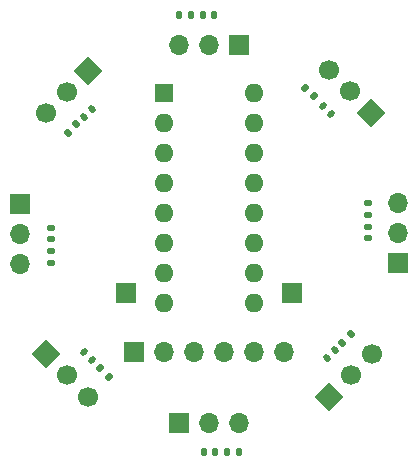
<source format=gbr>
%TF.GenerationSoftware,KiCad,Pcbnew,8.0.5*%
%TF.CreationDate,2024-12-17T18:50:45+10:00*%
%TF.ProjectId,windVane,77696e64-5661-46e6-952e-6b696361645f,rev?*%
%TF.SameCoordinates,Original*%
%TF.FileFunction,Soldermask,Top*%
%TF.FilePolarity,Negative*%
%FSLAX46Y46*%
G04 Gerber Fmt 4.6, Leading zero omitted, Abs format (unit mm)*
G04 Created by KiCad (PCBNEW 8.0.5) date 2024-12-17 18:50:45*
%MOMM*%
%LPD*%
G01*
G04 APERTURE LIST*
G04 Aperture macros list*
%AMRoundRect*
0 Rectangle with rounded corners*
0 $1 Rounding radius*
0 $2 $3 $4 $5 $6 $7 $8 $9 X,Y pos of 4 corners*
0 Add a 4 corners polygon primitive as box body*
4,1,4,$2,$3,$4,$5,$6,$7,$8,$9,$2,$3,0*
0 Add four circle primitives for the rounded corners*
1,1,$1+$1,$2,$3*
1,1,$1+$1,$4,$5*
1,1,$1+$1,$6,$7*
1,1,$1+$1,$8,$9*
0 Add four rect primitives between the rounded corners*
20,1,$1+$1,$2,$3,$4,$5,0*
20,1,$1+$1,$4,$5,$6,$7,0*
20,1,$1+$1,$6,$7,$8,$9,0*
20,1,$1+$1,$8,$9,$2,$3,0*%
%AMHorizOval*
0 Thick line with rounded ends*
0 $1 width*
0 $2 $3 position (X,Y) of the first rounded end (center of the circle)*
0 $4 $5 position (X,Y) of the second rounded end (center of the circle)*
0 Add line between two ends*
20,1,$1,$2,$3,$4,$5,0*
0 Add two circle primitives to create the rounded ends*
1,1,$1,$2,$3*
1,1,$1,$4,$5*%
%AMRotRect*
0 Rectangle, with rotation*
0 The origin of the aperture is its center*
0 $1 length*
0 $2 width*
0 $3 Rotation angle, in degrees counterclockwise*
0 Add horizontal line*
21,1,$1,$2,0,0,$3*%
G04 Aperture macros list end*
%ADD10RoundRect,0.135000X-0.185000X0.135000X-0.185000X-0.135000X0.185000X-0.135000X0.185000X0.135000X0*%
%ADD11R,1.700000X1.700000*%
%ADD12O,1.700000X1.700000*%
%ADD13RoundRect,0.140000X0.140000X0.170000X-0.140000X0.170000X-0.140000X-0.170000X0.140000X-0.170000X0*%
%ADD14RotRect,1.700000X1.700000X135.000000*%
%ADD15HorizOval,1.700000X0.000000X0.000000X0.000000X0.000000X0*%
%ADD16RoundRect,0.135000X-0.135000X-0.185000X0.135000X-0.185000X0.135000X0.185000X-0.135000X0.185000X0*%
%ADD17RoundRect,0.140000X-0.021213X0.219203X-0.219203X0.021213X0.021213X-0.219203X0.219203X-0.021213X0*%
%ADD18RotRect,1.700000X1.700000X225.000000*%
%ADD19HorizOval,1.700000X0.000000X0.000000X0.000000X0.000000X0*%
%ADD20RoundRect,0.135000X-0.226274X-0.035355X-0.035355X-0.226274X0.226274X0.035355X0.035355X0.226274X0*%
%ADD21R,1.600000X1.600000*%
%ADD22O,1.600000X1.600000*%
%ADD23RoundRect,0.140000X0.170000X-0.140000X0.170000X0.140000X-0.170000X0.140000X-0.170000X-0.140000X0*%
%ADD24RotRect,1.700000X1.700000X45.000000*%
%ADD25HorizOval,1.700000X0.000000X0.000000X0.000000X0.000000X0*%
%ADD26RoundRect,0.135000X0.135000X0.185000X-0.135000X0.185000X-0.135000X-0.185000X0.135000X-0.185000X0*%
%ADD27RoundRect,0.135000X-0.035355X0.226274X-0.226274X0.035355X0.035355X-0.226274X0.226274X-0.035355X0*%
%ADD28RoundRect,0.135000X0.035355X-0.226274X0.226274X-0.035355X-0.035355X0.226274X-0.226274X0.035355X0*%
%ADD29RoundRect,0.140000X-0.140000X-0.170000X0.140000X-0.170000X0.140000X0.170000X-0.140000X0.170000X0*%
%ADD30RoundRect,0.140000X-0.170000X0.140000X-0.170000X-0.140000X0.170000X-0.140000X0.170000X0.140000X0*%
%ADD31RoundRect,0.140000X0.219203X0.021213X0.021213X0.219203X-0.219203X-0.021213X-0.021213X-0.219203X0*%
%ADD32RoundRect,0.135000X0.185000X-0.135000X0.185000X0.135000X-0.185000X0.135000X-0.185000X-0.135000X0*%
%ADD33RoundRect,0.135000X0.226274X0.035355X0.035355X0.226274X-0.226274X-0.035355X-0.035355X-0.226274X0*%
%ADD34RoundRect,0.140000X-0.219203X-0.021213X-0.021213X-0.219203X0.219203X0.021213X0.021213X0.219203X0*%
%ADD35RoundRect,0.140000X0.021213X-0.219203X0.219203X-0.021213X-0.021213X0.219203X-0.219203X0.021213X0*%
%ADD36RotRect,1.700000X1.700000X315.000000*%
%ADD37HorizOval,1.700000X0.000000X0.000000X0.000000X0.000000X0*%
G04 APERTURE END LIST*
D10*
%TO.C,R7*%
X136600000Y-102490000D03*
X136600000Y-103510000D03*
%TD*%
D11*
%TO.C,South1*%
X147475000Y-117000000D03*
D12*
X150015000Y-117000000D03*
X152555000Y-117000000D03*
%TD*%
D13*
%TO.C,C1*%
X150460000Y-82500000D03*
X149500000Y-82500000D03*
%TD*%
D14*
%TO.C,SouthEast1*%
X160203949Y-114796051D03*
D15*
X162000000Y-113000000D03*
X163796051Y-111203949D03*
%TD*%
D16*
%TO.C,R5*%
X151490000Y-119500000D03*
X152510000Y-119500000D03*
%TD*%
D17*
%TO.C,C8*%
X140089411Y-90410589D03*
X139410589Y-91089411D03*
%TD*%
D18*
%TO.C,NorthEast1*%
X163750000Y-90750000D03*
D19*
X161953949Y-88953949D03*
X160157898Y-87157898D03*
%TD*%
D20*
%TO.C,R6*%
X140800000Y-112400000D03*
X141521248Y-113121248D03*
%TD*%
D11*
%TO.C,West1*%
X134000000Y-98475000D03*
D12*
X134000000Y-101015000D03*
X134000000Y-103555000D03*
%TD*%
D21*
%TO.C,SN74HC165*%
X146200000Y-89125000D03*
D22*
X146200000Y-91665000D03*
X146200000Y-94205000D03*
X146200000Y-96745000D03*
X146200000Y-99285000D03*
X146200000Y-101825000D03*
X146200000Y-104365000D03*
X146200000Y-106905000D03*
X153820000Y-106905000D03*
X153820000Y-104365000D03*
X153820000Y-101825000D03*
X153820000Y-99285000D03*
X153820000Y-96745000D03*
X153820000Y-94205000D03*
X153820000Y-91665000D03*
X153820000Y-89125000D03*
%TD*%
D23*
%TO.C,C3*%
X163500000Y-101360000D03*
X163500000Y-100400000D03*
%TD*%
D11*
%TO.C,J1*%
X143000000Y-106000000D03*
%TD*%
D24*
%TO.C,SouthWest1*%
X136203949Y-111203949D03*
D25*
X138000000Y-113000000D03*
X139796051Y-114796051D03*
%TD*%
D26*
%TO.C,R1*%
X148510000Y-82500000D03*
X147490000Y-82500000D03*
%TD*%
D27*
%TO.C,R8*%
X138750000Y-91750000D03*
X138028752Y-92471248D03*
%TD*%
D28*
%TO.C,R4*%
X161278752Y-110221248D03*
X162000000Y-109500000D03*
%TD*%
D29*
%TO.C,C5*%
X149540000Y-119500000D03*
X150500000Y-119500000D03*
%TD*%
D11*
%TO.C,North1*%
X152525000Y-85000000D03*
D12*
X149985000Y-85000000D03*
X147445000Y-85000000D03*
%TD*%
D30*
%TO.C,C7*%
X136600000Y-100500000D03*
X136600000Y-101460000D03*
%TD*%
D31*
%TO.C,C2*%
X160339411Y-90839411D03*
X159660589Y-90160589D03*
%TD*%
D32*
%TO.C,R3*%
X163500000Y-99400000D03*
X163500000Y-98380000D03*
%TD*%
D33*
%TO.C,R2*%
X158860624Y-89360624D03*
X158139376Y-88639376D03*
%TD*%
D34*
%TO.C,C6*%
X139400000Y-111000000D03*
X140078822Y-111678822D03*
%TD*%
D35*
%TO.C,C4*%
X159966135Y-111533865D03*
X160644957Y-110855043D03*
%TD*%
D11*
%TO.C,J2*%
X157000000Y-106000000D03*
%TD*%
%TO.C,East1*%
X166000000Y-103525000D03*
D12*
X166000000Y-100985000D03*
X166000000Y-98445000D03*
%TD*%
D36*
%TO.C,NorthWest1*%
X139796051Y-87203949D03*
D37*
X138000000Y-89000000D03*
X136203949Y-90796051D03*
%TD*%
D11*
%TO.C,SIG1*%
X143650000Y-111000000D03*
D12*
X146190000Y-111000000D03*
X148730000Y-111000000D03*
X151270000Y-111000000D03*
X153810000Y-111000000D03*
X156350000Y-111000000D03*
%TD*%
M02*

</source>
